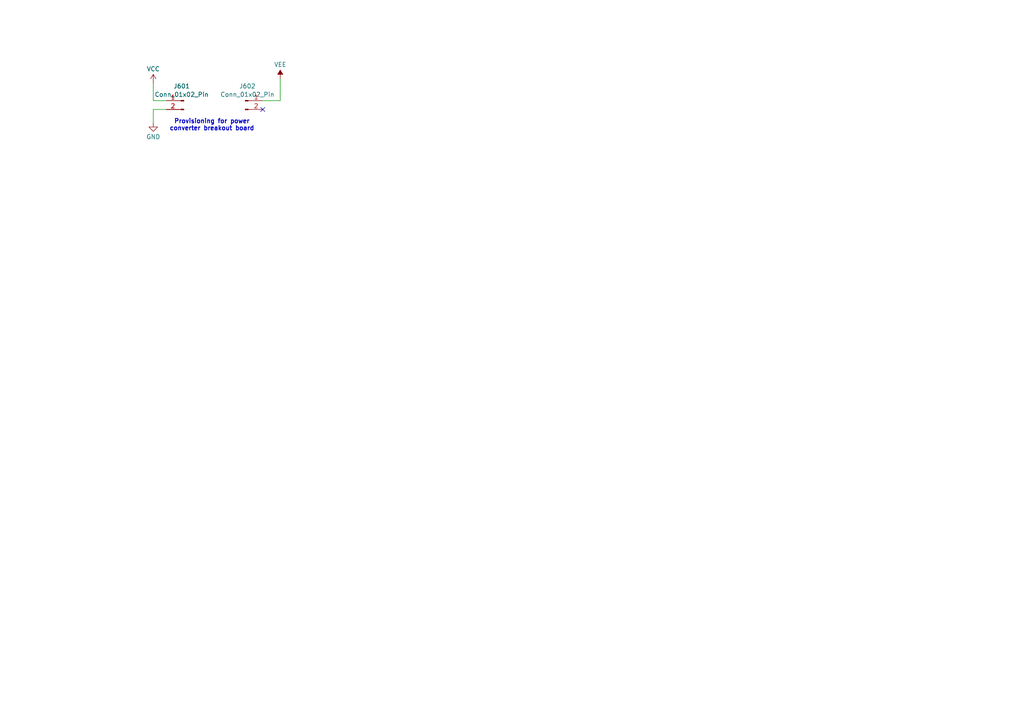
<source format=kicad_sch>
(kicad_sch (version 20231120) (generator "eeschema") (generator_version "8.0")
  (paper "A4")
  (lib_symbols
    (symbol "Connector:Conn_01x02_Pin" (pin_names (offset 1.016) hide)
      (property "Reference" "J" (at 0 2.54 0))
      (property "Value" "Conn_01x02_Pin" (at 0 -5.08 0))
      (symbol "Conn_01x02_Pin_1_1"
        (polyline (pts (xy 1.27 -2.54) (xy 0.8636 -2.54)) (stroke (width 0.1524)))
        (polyline (pts (xy 1.27 0) (xy 0.8636 0)) (stroke (width 0.1524)))
        (rectangle (start 0.8636 -2.413) (end 0 -2.667) (stroke (width 0.1524)) (fill (type outline)))
        (rectangle (start 0.8636 0.127) (end 0 -0.127) (stroke (width 0.1524)) (fill (type outline)))
        (pin passive line (at 5.08 0 180) (length 3.81) (name "Pin_1") (number "1"))
        (pin passive line (at 5.08 -2.54 180) (length 3.81) (name "Pin_2") (number "2"))
      )
    )
    (symbol "power:GND" (power) (pin_numbers hide) (pin_names (offset 0) hide)
      (property "Value" "GND" (at 0 -3.81 0))
      (symbol "GND_0_1"
        (polyline (pts (xy 0 0) (xy 0 -1.27) (xy 1.27 -1.27) (xy 0 -2.54) (xy -1.27 -1.27) (xy 0 -1.27)))
      )
      (symbol "GND_1_1"
        (pin power_in line (at 0 0 270) (length 0) (name "~") (number "1"))
      )
    )
    (symbol "power:VCC" (power) (pin_numbers hide) (pin_names (offset 0) hide)
      (property "Value" "VCC" (at 0 3.556 0))
      (symbol "VCC_0_1"
        (polyline (pts (xy -0.762 1.27) (xy 0 2.54)))
        (polyline (pts (xy 0 0) (xy 0 2.54)))
        (polyline (pts (xy 0 2.54) (xy 0.762 1.27)))
      )
      (symbol "VCC_1_1"
        (pin power_in line (at 0 0 90) (length 0) (name "~") (number "1"))
      )
    )
    (symbol "power:VEE" (power) (pin_numbers hide) (pin_names (offset 0) hide)
      (property "Value" "VEE" (at 0 3.556 0))
      (symbol "VEE_0_1"
        (polyline (pts (xy 0 0) (xy 0 2.54)))
        (polyline (pts (xy 0.762 1.27) (xy -0.762 1.27) (xy 0 2.54) (xy 0.762 1.27)) (fill (type outline)))
      )
      (symbol "VEE_1_1"
        (pin power_in line (at 0 0 90) (length 0) (name "~") (number "1"))
      )
    )
  )
  (no_connect (at 76.2 31.75))
  (wire (pts (xy 76.2 29.21) (xy 81.28 29.21)))
  (wire (pts (xy 48.26 29.21) (xy 44.45 29.21)))
  (wire (pts (xy 48.26 31.75) (xy 44.45 31.75)))
  (wire (pts (xy 44.45 31.75) (xy 44.45 35.56)))
  (wire (pts (xy 81.28 29.21) (xy 81.28 22.86)))
  (wire (pts (xy 44.45 29.21) (xy 44.45 24.13)))
  (text "Provisioning for power\nconverter breakout board" (at 61.468 36.322 0) (effects (font (size 1.27 1.27) (thickness 0.254) (bold yes))))
  (symbol (lib_id "power:VEE") (at 81.28 22.86 0) (unit 1)
    (property "Reference" "#PWR0603" (effects (hide yes)))
    (property "Value" "VEE" (at 81.28 18.7269 0))
    (property "Description" "Power symbol creates a global label with name \"VEE\"" (effects (hide yes)))
  )
  (symbol (lib_id "Connector:Conn_01x02_Pin") (at 53.34 29.21 0) (mirror y) (unit 1)
    (property "Reference" "J601" (at 52.705 24.9893 0))
    (property "Value" "Conn_01x02_Pin" (at 52.705 27.4136 0))
    (property "Footprint" "Connector_PinHeader_2.54mm:PinHeader_1x02_P2.54mm_Vertical" (effects (hide yes)))
    (property "Description" "Generic connector, single row, 01x02, script generated" (effects (hide yes)))
  )
  (symbol (lib_id "Connector:Conn_01x02_Pin") (at 71.12 29.21 0) (unit 1)
    (property "Reference" "J602" (at 71.755 24.9893 0))
    (property "Value" "Conn_01x02_Pin" (at 71.755 27.4136 0))
    (property "Footprint" "Connector_PinHeader_2.54mm:PinHeader_1x02_P2.54mm_Vertical" (effects (hide yes)))
    (property "Description" "Generic connector, single row, 01x02, script generated" (effects (hide yes)))
  )
  (symbol (lib_id "power:VCC") (at 44.45 24.13 0) (unit 1)
    (property "Reference" "#PWR0602" (effects (hide yes)))
    (property "Value" "VCC" (at 44.45 19.9969 0))
    (property "Description" "Power symbol creates a global label with name \"VCC\"" (effects (hide yes)))
  )
  (symbol (lib_id "power:GND") (at 44.45 35.56 0) (unit 1)
    (property "Reference" "#PWR0601" (effects (hide yes)))
    (property "Value" "GND" (at 44.45 39.6931 0))
    (property "Description" "Power symbol creates a global label with name \"GND\" , ground" (effects (hide yes)))
  )
)
</source>
